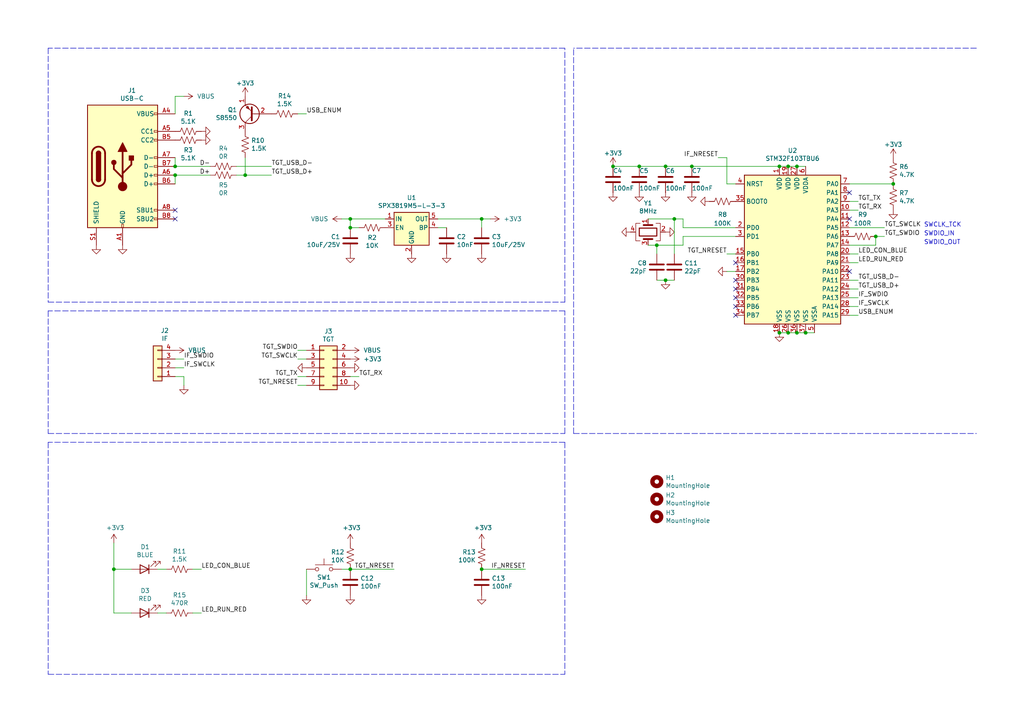
<source format=kicad_sch>
(kicad_sch (version 20211123) (generator eeschema)
  (paper "A4")
  (title_block (title "#0102 TILEDAP") (date "2022-09-12") (rev "V1.2"))
  (lib_symbols
    (symbol "Connector:USB_C_Receptacle_USB2.0" (pin_names (offset 1.016))
      (property "Reference" "J" (at -10.16 19.05 0))
      (property "Value" "USB_C_Receptacle_USB2.0" (at 19.05 19.05 0))
      (symbol "USB_C_Receptacle_USB2.0_0_0"
        (rectangle (start -0.254 -17.78) (end 0.254 -16.764))
        (rectangle (start 10.16 -14.986) (end 9.144 -15.494))
        (rectangle (start 10.16 -12.446) (end 9.144 -12.954))
        (rectangle (start 10.16 -4.826) (end 9.144 -5.334))
        (rectangle (start 10.16 -2.286) (end 9.144 -2.794))
        (rectangle (start 10.16 0.254) (end 9.144 -0.254))
        (rectangle (start 10.16 2.794) (end 9.144 2.286))
        (rectangle (start 10.16 7.874) (end 9.144 7.366))
        (rectangle (start 10.16 10.414) (end 9.144 9.906))
        (rectangle (start 10.16 15.494) (end 9.144 14.986))
      )
      (symbol "USB_C_Receptacle_USB2.0_0_1"
        (rectangle (start -10.16 17.78) (end 10.16 -17.78) (stroke (width 0.254)) (fill (type background)))
        (arc (start -8.89 -3.81) (mid -6.985 -5.715) (end -5.08 -3.81) (stroke (width 0.508)))
        (arc (start -7.62 -3.81) (mid -6.985 -4.445) (end -6.35 -3.81) (stroke (width 0.254)))
        (arc (start -7.62 -3.81) (mid -6.985 -4.445) (end -6.35 -3.81) (stroke (width 0.254)) (fill (type outline)))
        (rectangle (start -7.62 -3.81) (end -6.35 3.81) (stroke (width 0.254)) (fill (type outline)))
        (arc (start -6.35 3.81) (mid -6.985 4.445) (end -7.62 3.81) (stroke (width 0.254)))
        (arc (start -6.35 3.81) (mid -6.985 4.445) (end -7.62 3.81) (stroke (width 0.254)) (fill (type outline)))
        (arc (start -5.08 3.81) (mid -6.985 5.715) (end -8.89 3.81) (stroke (width 0.508)))
        (circle (center -2.54 1.143) (radius 0.635) (stroke (width 0.254)) (fill (type outline)))
        (circle (center 0 -5.842) (radius 1.27) (fill (type outline)))
        (polyline (pts (xy -8.89 -3.81) (xy -8.89 3.81)) (stroke (width 0.508)))
        (polyline (pts (xy -5.08 3.81) (xy -5.08 -3.81)) (stroke (width 0.508)))
        (polyline (pts (xy 0 -5.842) (xy 0 4.318)) (stroke (width 0.508)))
        (polyline (pts (xy 0 -3.302) (xy -2.54 -0.762) (xy -2.54 0.508)) (stroke (width 0.508)))
        (polyline (pts (xy 0 -2.032) (xy 2.54 0.508) (xy 2.54 1.778)) (stroke (width 0.508)))
        (polyline (pts (xy -1.27 4.318) (xy 0 6.858) (xy 1.27 4.318) (xy -1.27 4.318)) (stroke (width 0.254)) (fill (type outline)))
        (rectangle (start 1.905 1.778) (end 3.175 3.048) (stroke (width 0.254)) (fill (type outline)))
      )
      (symbol "USB_C_Receptacle_USB2.0_1_1"
        (pin passive line (at 0 -22.86 90) (length 5.08) (name "GND") (number "A1"))
        (pin passive line (at 0 -22.86 90) (length 5.08) hide (name "GND") (number "A12"))
        (pin passive line (at 15.24 15.24 180) (length 5.08) (name "VBUS") (number "A4"))
        (pin bidirectional line (at 15.24 10.16 180) (length 5.08) (name "CC1") (number "A5"))
        (pin bidirectional line (at 15.24 -2.54 180) (length 5.08) (name "D+") (number "A6"))
        (pin bidirectional line (at 15.24 2.54 180) (length 5.08) (name "D-") (number "A7"))
        (pin bidirectional line (at 15.24 -12.7 180) (length 5.08) (name "SBU1") (number "A8"))
        (pin passive line (at 15.24 15.24 180) (length 5.08) hide (name "VBUS") (number "A9"))
        (pin passive line (at 0 -22.86 90) (length 5.08) hide (name "GND") (number "B1"))
        (pin passive line (at 0 -22.86 90) (length 5.08) hide (name "GND") (number "B12"))
        (pin passive line (at 15.24 15.24 180) (length 5.08) hide (name "VBUS") (number "B4"))
        (pin bidirectional line (at 15.24 7.62 180) (length 5.08) (name "CC2") (number "B5"))
        (pin bidirectional line (at 15.24 -5.08 180) (length 5.08) (name "D+") (number "B6"))
        (pin bidirectional line (at 15.24 0 180) (length 5.08) (name "D-") (number "B7"))
        (pin bidirectional line (at 15.24 -15.24 180) (length 5.08) (name "SBU2") (number "B8"))
        (pin passive line (at 15.24 15.24 180) (length 5.08) hide (name "VBUS") (number "B9"))
        (pin passive line (at -7.62 -22.86 90) (length 5.08) (name "SHIELD") (number "S1"))
      )
    )
    (symbol "Connector_Generic:Conn_01x04" (pin_names (offset 1.016) hide)
      (property "Reference" "J" (at 0 5.08 0))
      (property "Value" "Conn_01x04" (at 0 -7.62 0))
      (symbol "Conn_01x04_1_1"
        (rectangle (start -1.27 -4.953) (end 0 -5.207) (stroke (width 0.1524)))
        (rectangle (start -1.27 -2.413) (end 0 -2.667) (stroke (width 0.1524)))
        (rectangle (start -1.27 0.127) (end 0 -0.127) (stroke (width 0.1524)))
        (rectangle (start -1.27 2.667) (end 0 2.413) (stroke (width 0.1524)))
        (rectangle (start -1.27 3.81) (end 1.27 -6.35) (stroke (width 0.254)) (fill (type background)))
        (pin passive line (at -5.08 2.54 0) (length 3.81) (name "Pin_1") (number "1"))
        (pin passive line (at -5.08 0 0) (length 3.81) (name "Pin_2") (number "2"))
        (pin passive line (at -5.08 -2.54 0) (length 3.81) (name "Pin_3") (number "3"))
        (pin passive line (at -5.08 -5.08 0) (length 3.81) (name "Pin_4") (number "4"))
      )
    )
    (symbol "Connector_Generic:Conn_02x05_Odd_Even" (pin_names (offset 1.016) hide)
      (property "Reference" "J" (at 1.27 7.62 0))
      (property "Value" "Conn_02x05_Odd_Even" (at 1.27 -7.62 0))
      (symbol "Conn_02x05_Odd_Even_1_1"
        (rectangle (start -1.27 -4.953) (end 0 -5.207) (stroke (width 0.1524)))
        (rectangle (start -1.27 -2.413) (end 0 -2.667) (stroke (width 0.1524)))
        (rectangle (start -1.27 0.127) (end 0 -0.127) (stroke (width 0.1524)))
        (rectangle (start -1.27 2.667) (end 0 2.413) (stroke (width 0.1524)))
        (rectangle (start -1.27 5.207) (end 0 4.953) (stroke (width 0.1524)))
        (rectangle (start -1.27 6.35) (end 3.81 -6.35) (stroke (width 0.254)) (fill (type background)))
        (rectangle (start 3.81 -4.953) (end 2.54 -5.207) (stroke (width 0.1524)))
        (rectangle (start 3.81 -2.413) (end 2.54 -2.667) (stroke (width 0.1524)))
        (rectangle (start 3.81 0.127) (end 2.54 -0.127) (stroke (width 0.1524)))
        (rectangle (start 3.81 2.667) (end 2.54 2.413) (stroke (width 0.1524)))
        (rectangle (start 3.81 5.207) (end 2.54 4.953) (stroke (width 0.1524)))
        (pin passive line (at -5.08 5.08 0) (length 3.81) (name "Pin_1") (number "1"))
        (pin passive line (at 7.62 -5.08 180) (length 3.81) (name "Pin_10") (number "10"))
        (pin passive line (at 7.62 5.08 180) (length 3.81) (name "Pin_2") (number "2"))
        (pin passive line (at -5.08 2.54 0) (length 3.81) (name "Pin_3") (number "3"))
        (pin passive line (at 7.62 2.54 180) (length 3.81) (name "Pin_4") (number "4"))
        (pin passive line (at -5.08 0 0) (length 3.81) (name "Pin_5") (number "5"))
        (pin passive line (at 7.62 0 180) (length 3.81) (name "Pin_6") (number "6"))
        (pin passive line (at -5.08 -2.54 0) (length 3.81) (name "Pin_7") (number "7"))
        (pin passive line (at 7.62 -2.54 180) (length 3.81) (name "Pin_8") (number "8"))
        (pin passive line (at -5.08 -5.08 0) (length 3.81) (name "Pin_9") (number "9"))
      )
    )
    (symbol "Device:C" (pin_numbers hide) (pin_names (offset 0.254))
      (property "Reference" "C" (at 0.635 2.54 0))
      (property "Value" "C" (at 0.635 -2.54 0))
      (symbol "C_0_1"
        (polyline (pts (xy -2.032 -0.762) (xy 2.032 -0.762)) (stroke (width 0.508)))
        (polyline (pts (xy -2.032 0.762) (xy 2.032 0.762)) (stroke (width 0.508)))
      )
      (symbol "C_1_1"
        (pin passive line (at 0 3.81 270) (length 2.794) (name "~") (number "1"))
        (pin passive line (at 0 -3.81 90) (length 2.794) (name "~") (number "2"))
      )
    )
    (symbol "Device:Crystal_GND24" (pin_names (offset 1.016) hide)
      (property "Reference" "Y" (at 3.175 5.08 0))
      (property "Value" "Crystal_GND24" (at 3.175 3.175 0))
      (symbol "Crystal_GND24_0_1"
        (rectangle (start -1.143 2.54) (end 1.143 -2.54) (stroke (width 0.3048)))
        (polyline (pts (xy -2.54 0) (xy -2.032 0)))
        (polyline (pts (xy -2.032 -1.27) (xy -2.032 1.27)) (stroke (width 0.508)))
        (polyline (pts (xy 0 -3.81) (xy 0 -3.556)))
        (polyline (pts (xy 0 3.556) (xy 0 3.81)))
        (polyline (pts (xy 2.032 -1.27) (xy 2.032 1.27)) (stroke (width 0.508)))
        (polyline (pts (xy 2.032 0) (xy 2.54 0)))
        (polyline (pts (xy -2.54 -2.286) (xy -2.54 -3.556) (xy 2.54 -3.556) (xy 2.54 -2.286)))
        (polyline (pts (xy -2.54 2.286) (xy -2.54 3.556) (xy 2.54 3.556) (xy 2.54 2.286)))
      )
      (symbol "Crystal_GND24_1_1"
        (pin passive line (at -3.81 0 0) (length 1.27) (name "1") (number "1"))
        (pin passive line (at 0 5.08 270) (length 1.27) (name "2") (number "2"))
        (pin passive line (at 3.81 0 180) (length 1.27) (name "3") (number "3"))
        (pin passive line (at 0 -5.08 90) (length 1.27) (name "4") (number "4"))
      )
    )
    (symbol "Device:LED" (pin_numbers hide) (pin_names (offset 1.016) hide)
      (property "Reference" "D" (at 0 2.54 0))
      (property "Value" "LED" (at 0 -2.54 0))
      (symbol "LED_0_1"
        (polyline (pts (xy -1.27 -1.27) (xy -1.27 1.27)) (stroke (width 0.254)))
        (polyline (pts (xy -1.27 0) (xy 1.27 0)))
        (polyline (pts (xy 1.27 -1.27) (xy 1.27 1.27) (xy -1.27 0) (xy 1.27 -1.27)) (stroke (width 0.254)))
        (polyline (pts (xy -3.048 -0.762) (xy -4.572 -2.286) (xy -3.81 -2.286) (xy -4.572 -2.286) (xy -4.572 -1.524)))
        (polyline (pts (xy -1.778 -0.762) (xy -3.302 -2.286) (xy -2.54 -2.286) (xy -3.302 -2.286) (xy -3.302 -1.524)))
      )
      (symbol "LED_1_1"
        (pin passive line (at -3.81 0 0) (length 2.54) (name "K") (number "1"))
        (pin passive line (at 3.81 0 180) (length 2.54) (name "A") (number "2"))
      )
    )
    (symbol "Device:R_US" (pin_numbers hide) (pin_names (offset 0))
      (property "Reference" "R" (at 2.54 0 90))
      (property "Value" "R_US" (at -2.54 0 90))
      (symbol "R_US_0_1"
        (polyline (pts (xy 0 -2.286) (xy 0 -2.54)))
        (polyline (pts (xy 0 2.286) (xy 0 2.54)))
        (polyline (pts (xy 0 -0.762) (xy 1.016 -1.143) (xy 0 -1.524) (xy -1.016 -1.905) (xy 0 -2.286)))
        (polyline (pts (xy 0 0.762) (xy 1.016 0.381) (xy 0 0) (xy -1.016 -0.381) (xy 0 -0.762)))
        (polyline (pts (xy 0 2.286) (xy 1.016 1.905) (xy 0 1.524) (xy -1.016 1.143) (xy 0 0.762)))
      )
      (symbol "R_US_1_1"
        (pin passive line (at 0 3.81 270) (length 1.27) (name "~") (number "1"))
        (pin passive line (at 0 -3.81 90) (length 1.27) (name "~") (number "2"))
      )
    )
    (symbol "MCU_ST_STM32F1:STM32F103TBUx"
      (property "Reference" "U" (at -15.24 21.59 0))
      (property "Value" "STM32F103TBUx" (at 5.08 21.59 0))
      (symbol "STM32F103TBUx_0_1"
        (rectangle (start -15.24 -22.86) (end 12.7 20.32) (stroke (width 0.254)) (fill (type background)))
      )
      (symbol "STM32F103TBUx_1_1"
        (pin power_in line (at -5.08 22.86 270) (length 2.54) (name "VDD") (number "1"))
        (pin bidirectional line (at 15.24 10.16 180) (length 2.54) (name "PA3") (number "10"))
        (pin bidirectional line (at 15.24 7.62 180) (length 2.54) (name "PA4") (number "11"))
        (pin bidirectional line (at 15.24 5.08 180) (length 2.54) (name "PA5") (number "12"))
        (pin bidirectional line (at 15.24 2.54 180) (length 2.54) (name "PA6") (number "13"))
        (pin bidirectional line (at 15.24 0 180) (length 2.54) (name "PA7") (number "14"))
        (pin bidirectional line (at -17.78 -2.54 0) (length 2.54) (name "PB0") (number "15"))
        (pin bidirectional line (at -17.78 -5.08 0) (length 2.54) (name "PB1") (number "16"))
        (pin bidirectional line (at -17.78 -7.62 0) (length 2.54) (name "PB2") (number "17"))
        (pin power_in line (at -5.08 -25.4 90) (length 2.54) (name "VSS") (number "18"))
        (pin power_in line (at -2.54 22.86 270) (length 2.54) (name "VDD") (number "19"))
        (pin input line (at -17.78 5.08 0) (length 2.54) (name "PD0") (number "2"))
        (pin bidirectional line (at 15.24 -2.54 180) (length 2.54) (name "PA8") (number "20"))
        (pin bidirectional line (at 15.24 -5.08 180) (length 2.54) (name "PA9") (number "21"))
        (pin bidirectional line (at 15.24 -7.62 180) (length 2.54) (name "PA10") (number "22"))
        (pin bidirectional line (at 15.24 -10.16 180) (length 2.54) (name "PA11") (number "23"))
        (pin bidirectional line (at 15.24 -12.7 180) (length 2.54) (name "PA12") (number "24"))
        (pin bidirectional line (at 15.24 -15.24 180) (length 2.54) (name "PA13") (number "25"))
        (pin power_in line (at -2.54 -25.4 90) (length 2.54) (name "VSS") (number "26"))
        (pin power_in line (at 0 22.86 270) (length 2.54) (name "VDD") (number "27"))
        (pin bidirectional line (at 15.24 -17.78 180) (length 2.54) (name "PA14") (number "28"))
        (pin bidirectional line (at 15.24 -20.32 180) (length 2.54) (name "PA15") (number "29"))
        (pin input line (at -17.78 2.54 0) (length 2.54) (name "PD1") (number "3"))
        (pin bidirectional line (at -17.78 -10.16 0) (length 2.54) (name "PB3") (number "30"))
        (pin bidirectional line (at -17.78 -12.7 0) (length 2.54) (name "PB4") (number "31"))
        (pin bidirectional line (at -17.78 -15.24 0) (length 2.54) (name "PB5") (number "32"))
        (pin bidirectional line (at -17.78 -17.78 0) (length 2.54) (name "PB6") (number "33"))
        (pin bidirectional line (at -17.78 -20.32 0) (length 2.54) (name "PB7") (number "34"))
        (pin input line (at -17.78 12.7 0) (length 2.54) (name "BOOT0") (number "35"))
        (pin power_in line (at 0 -25.4 90) (length 2.54) (name "VSS") (number "36"))
        (pin power_in line (at 2.54 -25.4 90) (length 2.54) (name "VSS") (number "37"))
        (pin input line (at -17.78 17.78 0) (length 2.54) (name "NRST") (number "4"))
        (pin power_in line (at 5.08 -25.4 90) (length 2.54) (name "VSSA") (number "5"))
        (pin power_in line (at 2.54 22.86 270) (length 2.54) (name "VDDA") (number "6"))
        (pin bidirectional line (at 15.24 17.78 180) (length 2.54) (name "PA0") (number "7"))
        (pin bidirectional line (at 15.24 15.24 180) (length 2.54) (name "PA1") (number "8"))
        (pin bidirectional line (at 15.24 12.7 180) (length 2.54) (name "PA2") (number "9"))
      )
    )
    (symbol "Mechanical:MountingHole" (pin_names (offset 1.016))
      (property "Reference" "H" (at 0 5.08 0))
      (property "Value" "MountingHole" (at 0 3.175 0))
      (symbol "MountingHole_0_1"
        (circle (center 0 0) (radius 1.27) (stroke (width 1.27)))
      )
    )
    (symbol "Regulator_Linear:SPX3819M5-L-3-3" (pin_names (offset 0.254))
      (property "Reference" "U" (at -3.81 5.715 0))
      (property "Value" "SPX3819M5-L-3-3" (at 0 5.715 0))
      (symbol "SPX3819M5-L-3-3_0_1"
        (rectangle (start -5.08 4.445) (end 5.08 -5.08) (stroke (width 0.254)) (fill (type background)))
      )
      (symbol "SPX3819M5-L-3-3_1_1"
        (pin power_in line (at -7.62 2.54 0) (length 2.54) (name "IN") (number "1"))
        (pin power_in line (at 0 -7.62 90) (length 2.54) (name "GND") (number "2"))
        (pin input line (at -7.62 0 0) (length 2.54) (name "EN") (number "3"))
        (pin input line (at 7.62 0 180) (length 2.54) (name "BP") (number "4"))
        (pin power_out line (at 7.62 2.54 180) (length 2.54) (name "OUT") (number "5"))
      )
    )
    (symbol "Switch:SW_Push" (pin_numbers hide) (pin_names (offset 1.016) hide)
      (property "Reference" "SW" (at 1.27 2.54 0))
      (property "Value" "SW_Push" (at 0 -1.524 0))
      (symbol "SW_Push_0_1"
        (circle (center -2.032 0) (radius 0.508))
        (polyline (pts (xy 0 1.27) (xy 0 3.048)))
        (polyline (pts (xy 2.54 1.27) (xy -2.54 1.27)))
        (circle (center 2.032 0) (radius 0.508))
        (pin passive line (at -5.08 0 0) (length 2.54) (name "1") (number "1"))
        (pin passive line (at 5.08 0 180) (length 2.54) (name "2") (number "2"))
      )
    )
    (symbol "Transistor_BJT:S8550" (pin_names (offset 0) hide)
      (property "Reference" "Q" (at 5.08 1.905 0))
      (property "Value" "S8550" (at 5.08 0 0))
      (symbol "S8550_0_1"
        (polyline (pts (xy 0 0) (xy 0.635 0)))
        (polyline (pts (xy 2.54 -2.54) (xy 0.635 -0.635)))
        (polyline (pts (xy 2.54 2.54) (xy 0.635 0.635)))
        (polyline (pts (xy 0.635 1.905) (xy 0.635 -1.905) (xy 0.635 -1.905)) (stroke (width 0.508)) (fill (type outline)))
        (polyline (pts (xy 1.778 -2.286) (xy 2.286 -1.778) (xy 1.27 -1.27) (xy 1.778 -2.286) (xy 1.778 -2.286)) (fill (type outline)))
        (circle (center 1.27 0) (radius 2.8194) (stroke (width 0.254)))
      )
      (symbol "S8550_1_1"
        (pin passive line (at 2.54 -5.08 90) (length 2.54) (name "E") (number "1"))
        (pin input line (at -5.08 0 0) (length 5.08) (name "B") (number "2"))
        (pin passive line (at 2.54 5.08 270) (length 2.54) (name "C") (number "3"))
      )
    )
    (symbol "power:+3V3" (power) (pin_names (offset 0))
      (property "Value" "+3V3" (at 0 3.556 0))
      (symbol "+3V3_0_1"
        (polyline (pts (xy -0.762 1.27) (xy 0 2.54)))
        (polyline (pts (xy 0 0) (xy 0 2.54)))
        (polyline (pts (xy 0 2.54) (xy 0.762 1.27)))
      )
      (symbol "+3V3_1_1"
        (pin power_in line (at 0 0 90) (length 0) hide (name "+3V3") (number "1"))
      )
    )
    (symbol "power:GND" (power) (pin_names (offset 0))
      (property "Value" "GND" (at 0 -3.81 0))
      (symbol "GND_0_1"
        (polyline (pts (xy 0 0) (xy 0 -1.27) (xy 1.27 -1.27) (xy 0 -2.54) (xy -1.27 -1.27) (xy 0 -1.27)))
      )
      (symbol "GND_1_1"
        (pin power_in line (at 0 0 270) (length 0) hide (name "GND") (number "1"))
      )
    )
    (symbol "power:VBUS" (power) (pin_names (offset 0))
      (property "Value" "VBUS" (at 0 3.81 0))
      (symbol "VBUS_0_1"
        (polyline (pts (xy -0.762 1.27) (xy 0 2.54)))
        (polyline (pts (xy 0 0) (xy 0 2.54)))
        (polyline (pts (xy 0 2.54) (xy 0.762 1.27)))
      )
      (symbol "VBUS_1_1"
        (pin power_in line (at 0 0 90) (length 0) hide (name "VBUS") (number "1"))
      )
    )
  )
  (junction (at 254 68.58))
  (junction (at 226.06 96.52))
  (junction (at 185.42 48.26))
  (junction (at 195.58 63.5))
  (junction (at 231.14 96.52))
  (junction (at 50.8 48.26))
  (junction (at 228.6 96.52))
  (junction (at 101.6 63.5))
  (junction (at 177.8 48.26))
  (junction (at 200.66 48.26))
  (junction (at 71.12 50.8))
  (junction (at 190.5 71.12))
  (junction (at 259.08 53.34))
  (junction (at 231.14 48.26))
  (junction (at 50.8 50.8))
  (junction (at 101.6 165.1))
  (junction (at 193.04 48.26))
  (junction (at 226.06 48.26))
  (junction (at 101.6 66.04))
  (junction (at 228.6 48.26))
  (junction (at 33.02 165.1))
  (junction (at 139.7 63.5))
  (junction (at 139.7 165.1))
  (junction (at 233.68 96.52))
  (junction (at 193.04 81.28))
  (no_connect (at 213.36 91.44))
  (no_connect (at 50.8 60.96))
  (no_connect (at 213.36 88.9))
  (no_connect (at 213.36 81.28))
  (no_connect (at 213.36 83.82))
  (no_connect (at 213.36 86.36))
  (no_connect (at 246.38 78.74))
  (no_connect (at 246.38 55.88))
  (no_connect (at 213.36 76.2))
  (no_connect (at 246.38 63.5))
  (no_connect (at 50.8 63.5))
  (wire (pts (xy 68.58 48.26) (xy 78.74 48.26)))
  (wire (pts (xy 88.9 172.72) (xy 88.9 165.1)))
  (wire (pts (xy 190.5 81.28) (xy 193.04 81.28)))
  (polyline (pts (xy 283.21 13.97) (xy 166.37 13.97)))
  (wire (pts (xy 71.12 45.72) (xy 71.12 50.8)))
  (wire (pts (xy 53.34 27.94) (xy 50.8 27.94)))
  (wire (pts (xy 50.8 50.8) (xy 50.8 53.34)))
  (wire (pts (xy 104.14 109.22) (xy 101.6 109.22)))
  (wire (pts (xy 53.34 109.22) (xy 50.8 109.22)))
  (wire (pts (xy 254 68.58) (xy 254 71.12)))
  (wire (pts (xy 99.06 165.1) (xy 101.6 165.1)))
  (polyline (pts (xy 13.97 195.58) (xy 163.83 195.58)))
  (wire (pts (xy 190.5 73.66) (xy 190.5 71.12)))
  (wire (pts (xy 198.12 66.04) (xy 213.36 66.04)))
  (wire (pts (xy 86.36 33.02) (xy 88.9 33.02)))
  (wire (pts (xy 71.12 50.8) (xy 78.74 50.8)))
  (wire (pts (xy 187.96 63.5) (xy 195.58 63.5)))
  (wire (pts (xy 195.58 63.5) (xy 198.12 63.5)))
  (wire (pts (xy 228.6 48.26) (xy 231.14 48.26)))
  (wire (pts (xy 33.02 177.8) (xy 38.1 177.8)))
  (wire (pts (xy 152.4 165.1) (xy 139.7 165.1)))
  (wire (pts (xy 50.8 48.26) (xy 60.96 48.26)))
  (polyline (pts (xy 163.83 128.27) (xy 163.83 195.58)))
  (polyline (pts (xy 13.97 125.73) (xy 163.83 125.73)))
  (wire (pts (xy 58.42 177.8) (xy 55.88 177.8)))
  (wire (pts (xy 193.04 48.26) (xy 200.66 48.26)))
  (wire (pts (xy 190.5 71.12) (xy 198.12 71.12)))
  (wire (pts (xy 33.02 157.48) (xy 33.02 165.1)))
  (wire (pts (xy 50.8 106.68) (xy 53.34 106.68)))
  (polyline (pts (xy 163.83 90.17) (xy 13.97 90.17)))
  (polyline (pts (xy 13.97 13.97) (xy 13.97 87.63)))
  (polyline (pts (xy 13.97 128.27) (xy 13.97 195.58)))
  (wire (pts (xy 33.02 165.1) (xy 38.1 165.1)))
  (wire (pts (xy 233.68 96.52) (xy 236.22 96.52)))
  (wire (pts (xy 99.06 63.5) (xy 101.6 63.5)))
  (wire (pts (xy 86.36 111.76) (xy 88.9 111.76)))
  (wire (pts (xy 228.6 96.52) (xy 231.14 96.52)))
  (wire (pts (xy 248.92 76.2) (xy 246.38 76.2)))
  (wire (pts (xy 226.06 96.52) (xy 228.6 96.52)))
  (wire (pts (xy 50.8 33.02) (xy 50.8 27.94)))
  (wire (pts (xy 127 66.04) (xy 129.54 66.04)))
  (wire (pts (xy 88.9 101.6) (xy 86.36 101.6)))
  (wire (pts (xy 48.26 177.8) (xy 45.72 177.8)))
  (wire (pts (xy 101.6 66.04) (xy 101.6 63.5)))
  (polyline (pts (xy 163.83 87.63) (xy 163.83 13.97)))
  (wire (pts (xy 177.8 48.26) (xy 185.42 48.26)))
  (wire (pts (xy 248.92 86.36) (xy 246.38 86.36)))
  (wire (pts (xy 210.82 45.72) (xy 210.82 53.34)))
  (wire (pts (xy 101.6 63.5) (xy 111.76 63.5)))
  (wire (pts (xy 139.7 63.5) (xy 127 63.5)))
  (wire (pts (xy 248.92 83.82) (xy 246.38 83.82)))
  (wire (pts (xy 187.96 71.12) (xy 190.5 71.12)))
  (polyline (pts (xy 166.37 125.73) (xy 283.21 125.73)))
  (polyline (pts (xy 13.97 90.17) (xy 13.97 125.73)))
  (wire (pts (xy 200.66 48.26) (xy 226.06 48.26)))
  (wire (pts (xy 231.14 48.26) (xy 233.68 48.26)))
  (wire (pts (xy 114.3 165.1) (xy 101.6 165.1)))
  (wire (pts (xy 256.54 68.58) (xy 254 68.58)))
  (wire (pts (xy 195.58 73.66) (xy 195.58 63.5)))
  (wire (pts (xy 193.04 81.28) (xy 195.58 81.28)))
  (wire (pts (xy 254 71.12) (xy 246.38 71.12)))
  (wire (pts (xy 185.42 48.26) (xy 193.04 48.26)))
  (wire (pts (xy 53.34 104.14) (xy 50.8 104.14)))
  (wire (pts (xy 48.26 165.1) (xy 45.72 165.1)))
  (polyline (pts (xy 163.83 13.97) (xy 13.97 13.97)))
  (wire (pts (xy 256.54 66.04) (xy 246.38 66.04)))
  (wire (pts (xy 33.02 165.1) (xy 33.02 177.8)))
  (wire (pts (xy 86.36 109.22) (xy 88.9 109.22)))
  (wire (pts (xy 139.7 66.04) (xy 139.7 63.5)))
  (wire (pts (xy 68.58 50.8) (xy 71.12 50.8)))
  (wire (pts (xy 142.24 63.5) (xy 139.7 63.5)))
  (wire (pts (xy 246.38 81.28) (xy 248.92 81.28)))
  (wire (pts (xy 248.92 88.9) (xy 246.38 88.9)))
  (wire (pts (xy 101.6 66.04) (xy 104.14 66.04)))
  (wire (pts (xy 210.82 53.34) (xy 213.36 53.34)))
  (wire (pts (xy 231.14 96.52) (xy 233.68 96.52)))
  (wire (pts (xy 246.38 91.44) (xy 248.92 91.44)))
  (polyline (pts (xy 163.83 128.27) (xy 13.97 128.27)))
  (wire (pts (xy 198.12 71.12) (xy 198.12 68.58)))
  (wire (pts (xy 58.42 165.1) (xy 55.88 165.1)))
  (wire (pts (xy 198.12 68.58) (xy 213.36 68.58)))
  (wire (pts (xy 53.34 111.76) (xy 53.34 109.22)))
  (wire (pts (xy 248.92 73.66) (xy 246.38 73.66)))
  (wire (pts (xy 88.9 104.14) (xy 86.36 104.14)))
  (wire (pts (xy 226.06 48.26) (xy 228.6 48.26)))
  (wire (pts (xy 198.12 63.5) (xy 198.12 66.04)))
  (wire (pts (xy 259.08 53.34) (xy 246.38 53.34)))
  (wire (pts (xy 50.8 48.26) (xy 50.8 45.72)))
  (wire (pts (xy 210.82 78.74) (xy 213.36 78.74)))
  (wire (pts (xy 50.8 50.8) (xy 60.96 50.8)))
  (polyline (pts (xy 163.83 125.73) (xy 163.83 90.17)))
  (polyline (pts (xy 13.97 87.63) (xy 163.83 87.63)))
  (wire (pts (xy 248.92 60.96) (xy 246.38 60.96)))
  (wire (pts (xy 210.82 73.66) (xy 213.36 73.66)))
  (polyline (pts (xy 166.37 125.73) (xy 166.37 13.97)))
  (wire (pts (xy 246.38 58.42) (xy 248.92 58.42)))
  (wire (pts (xy 208.28 45.72) (xy 210.82 45.72)))
  (text "SWDIO_IN" (at 267.97 68.58 0) (effects (font (size 1.27 1.27)) (justify left bottom)))
  (text "SWCLK_TCK" (at 267.97 66.04 0) (effects (font (size 1.27 1.27)) (justify left bottom)))
  (text "SWDIO_OUT" (at 267.97 71.12 0) (effects (font (size 1.27 1.27)) (justify left bottom)))
  (label "TGT_SWCLK" (at 256.54 66.04 0))
  (label "IF_NRESET" (at 152.4 165.1 180))
  (label "IF_NRESET" (at 208.28 45.72 180))
  (label "TGT_SWDIO" (at 86.36 101.6 180))
  (label "TGT_USB_D-" (at 248.92 81.28 0))
  (label "TGT_NRESET" (at 114.3 165.1 180))
  (label "TGT_NRESET" (at 210.82 73.66 180))
  (label "LED_CON_BLUE" (at 58.42 165.1 0))
  (label "D-" (at 60.96 48.26 180))
  (label "TGT_USB_D+" (at 248.92 83.82 0))
  (label "TGT_SWCLK" (at 86.36 104.14 180))
  (label "LED_CON_BLUE" (at 248.92 73.66 0))
  (label "USB_ENUM" (at 88.9 33.02 0))
  (label "D+" (at 60.96 50.8 180))
  (label "TGT_SWDIO" (at 256.54 68.58 0))
  (label "IF_SWDIO" (at 53.34 104.14 0))
  (label "IF_SWCLK" (at 248.92 88.9 0))
  (label "TGT_USB_D-" (at 78.74 48.26 0))
  (label "TGT_NRESET" (at 86.36 111.76 180))
  (label "LED_RUN_RED" (at 248.92 76.2 0))
  (label "IF_SWDIO" (at 248.92 86.36 0))
  (label "USB_ENUM" (at 248.92 91.44 0))
  (label "IF_SWCLK" (at 53.34 106.68 0))
  (label "TGT_RX" (at 248.92 60.96 0))
  (label "TGT_RX" (at 104.14 109.22 0))
  (label "TGT_TX" (at 248.92 58.42 0))
  (label "TGT_TX" (at 86.36 109.22 180))
  (label "LED_RUN_RED" (at 58.42 177.8 0))
  (label "TGT_USB_D+" (at 78.74 50.8 0))
  (symbol (lib_id "Device:C") (at 177.8 52.07 180) (unit 1)
    (property "Reference" "C4" (at 177.8 49.53 0) (effects (justify right)))
    (property "Value" "100nF" (at 177.8 54.61 0) (effects (justify right)))
    (property "Footprint" "Capacitor_SMD:C_0402_1005Metric" (effects hide))
    (property "Manufacturer" "SAMSUNG" (effects hide))
    (property "PartNumber" "C1525" (effects hide))
    (property "Supplier" "JLC" (effects hide))
  )
  (symbol (lib_id "power:GND") (at 177.8 55.88 0) (unit 1)
    (property "Reference" "#PWR011" (effects hide))
    (property "Value" "GND" (effects hide))
  )
  (symbol (lib_id "Device:C") (at 185.42 52.07 180) (unit 1)
    (property "Reference" "C5" (at 185.42 49.53 0) (effects (justify right)))
    (property "Value" "100nF" (at 185.42 54.61 0) (effects (justify right)))
    (property "Footprint" "Capacitor_SMD:C_0402_1005Metric" (effects hide))
    (property "Manufacturer" "SAMSUNG" (effects hide))
    (property "PartNumber" "C1525" (effects hide))
    (property "Supplier" "JLC" (effects hide))
  )
  (symbol (lib_id "Device:C") (at 193.04 52.07 180) (unit 1)
    (property "Reference" "C6" (at 193.04 49.53 0) (effects (justify right)))
    (property "Value" "100nF" (at 193.04 54.61 0) (effects (justify right)))
    (property "Footprint" "Capacitor_SMD:C_0402_1005Metric" (effects hide))
    (property "Manufacturer" "SAMSUNG" (effects hide))
    (property "PartNumber" "C1525" (effects hide))
    (property "Supplier" "JLC" (effects hide))
  )
  (symbol (lib_id "Device:C") (at 200.66 52.07 180) (unit 1)
    (property "Reference" "C7" (at 200.66 49.53 0) (effects (justify right)))
    (property "Value" "100nF" (at 200.66 54.61 0) (effects (justify right)))
    (property "Footprint" "Capacitor_SMD:C_0402_1005Metric" (effects hide))
    (property "Manufacturer" "SAMSUNG" (effects hide))
    (property "PartNumber" "C1525" (effects hide))
    (property "Supplier" "JLC" (effects hide))
  )
  (symbol (lib_id "power:GND") (at 185.42 55.88 0) (unit 1)
    (property "Reference" "#PWR012" (effects hide))
    (property "Value" "GND" (effects hide))
  )
  (symbol (lib_id "power:GND") (at 193.04 55.88 0) (unit 1)
    (property "Reference" "#PWR013" (effects hide))
    (property "Value" "GND" (effects hide))
  )
  (symbol (lib_id "power:GND") (at 200.66 55.88 0) (unit 1)
    (property "Reference" "#PWR014" (effects hide))
    (property "Value" "GND" (effects hide))
  )
  (symbol (lib_id "power:+3V3") (at 177.8 48.26 0) (unit 1)
    (property "Reference" "#PWR06" (effects hide))
    (property "Value" "+3V3" (at 177.8 44.45 0))
  )
  (symbol (lib_id "power:+3V3") (at 139.7 157.48 0) (unit 1)
    (property "Reference" "#PWR034" (effects hide))
    (property "Value" "+3V3" (at 140.081 153.0858 0))
  )
  (symbol (lib_id "Device:R_US") (at 139.7 161.29 180) (unit 1)
    (property "Reference" "R13" (at 137.9982 160.1216 0) (effects (justify left)))
    (property "Value" "100K" (at 137.9982 162.433 0) (effects (justify left)))
    (property "Footprint" "Resistor_SMD:R_0402_1005Metric" (effects hide))
    (property "Manufacturer" "UniOhm" (effects hide))
    (property "PartNumber" "C25741" (effects hide))
    (property "Supplier" "JLC" (effects hide))
  )
  (symbol (lib_id "Device:C") (at 139.7 168.91 180) (unit 1)
    (property "Reference" "C13" (at 142.621 167.7416 0) (effects (justify right)))
    (property "Value" "100nF" (at 142.621 170.053 0) (effects (justify right)))
    (property "Footprint" "Capacitor_SMD:C_0402_1005Metric" (effects hide))
    (property "Manufacturer" "SAMSUNG" (effects hide))
    (property "PartNumber" "C1525" (effects hide))
    (property "Supplier" "JLC" (effects hide))
  )
  (symbol (lib_id "power:GND") (at 139.7 172.72 0) (unit 1)
    (property "Reference" "#PWR037" (effects hide))
    (property "Value" "GND" (effects hide))
  )
  (symbol (lib_id "power:+3V3") (at 101.6 157.48 0) (unit 1)
    (property "Reference" "#PWR033" (effects hide))
    (property "Value" "+3V3" (at 101.981 153.0858 0))
  )
  (symbol (lib_id "Device:R_US") (at 101.6 161.29 180) (unit 1)
    (property "Reference" "R12" (at 99.8982 160.1216 0) (effects (justify left)))
    (property "Value" "10K" (at 99.8982 162.433 0) (effects (justify left)))
    (property "Footprint" "Resistor_SMD:R_0402_1005Metric" (effects hide))
    (property "Manufacturer" "UniOhm" (effects hide))
    (property "PartNumber" "C25744" (effects hide))
    (property "Supplier" "JLC" (effects hide))
  )
  (symbol (lib_id "Device:C") (at 101.6 168.91 180) (unit 1)
    (property "Reference" "C12" (at 104.521 167.7416 0) (effects (justify right)))
    (property "Value" "100nF" (at 104.521 170.053 0) (effects (justify right)))
    (property "Footprint" "Capacitor_SMD:C_0402_1005Metric" (effects hide))
    (property "Manufacturer" "SAMSUNG" (effects hide))
    (property "PartNumber" "C1525" (effects hide))
    (property "Supplier" "JLC" (effects hide))
  )
  (symbol (lib_id "power:GND") (at 101.6 172.72 0) (unit 1)
    (property "Reference" "#PWR036" (effects hide))
    (property "Value" "GND" (effects hide))
  )
  (symbol (lib_id "Switch:SW_Push") (at 93.98 165.1 0) (unit 1)
    (property "Reference" "SW1" (at 93.98 167.4622 0))
    (property "Value" "SW_Push" (at 93.98 169.7736 0))
    (property "Footprint" "JLC-SMT:HCTL_TC-3601L-2.5" (effects hide))
    (property "Manufacturer" "HCTL" (effects hide))
    (property "PartNumber" "C2845294" (effects hide))
    (property "Supplier" "JLC-EXT" (effects hide))
  )
  (symbol (lib_id "power:GND") (at 88.9 172.72 0) (unit 1)
    (property "Reference" "#PWR035" (effects hide))
    (property "Value" "GND" (effects hide))
  )
  (symbol (lib_id "Connector:USB_C_Receptacle_USB2.0") (at 35.56 48.26 0) (unit 1)
    (property "Reference" "J1" (at 38.2778 26.2382 0))
    (property "Value" "USB-C" (at 38.2778 28.5496 0))
    (property "Footprint" "JLC-SMT:KINGHELM_KH-TYPE-C-L10-14P" (effects hide))
    (property "Datasheet" "https://www.usb.org/sites/default/files/documents/usb_type-c.zip" (effects hide))
    (property "Manufacturer" "kinghelm" (effects hide))
    (property "PartNumber" "C2761226" (effects hide))
    (property "Supplier" "JLC-EXT" (effects hide))
  )
  (symbol (lib_id "Device:R_US") (at 64.77 48.26 270) (unit 1)
    (property "Reference" "R4" (at 64.77 43.053 90))
    (property "Value" "0R" (at 64.77 45.3644 90))
    (property "Footprint" "Resistor_SMD:R_0402_1005Metric" (effects hide))
    (property "Manufacturer" "UniOhm" (effects hide))
    (property "PartNumber" "C17168" (effects hide))
    (property "Supplier" "JLC" (effects hide))
  )
  (symbol (lib_id "Device:R_US") (at 64.77 50.8 270) (unit 1)
    (property "Reference" "R5" (at 64.77 53.6702 90))
    (property "Value" "0R" (at 64.77 55.9816 90))
    (property "Footprint" "Resistor_SMD:R_0402_1005Metric" (effects hide))
    (property "Manufacturer" "UniOhm" (effects hide))
    (property "PartNumber" "C17168" (effects hide))
    (property "Supplier" "JLC" (effects hide))
  )
  (symbol (lib_id "power:GND") (at 35.56 71.12 0) (unit 1)
    (property "Reference" "#PWR021" (effects hide))
    (property "Value" "GND" (effects hide))
  )
  (symbol (lib_id "Device:R_US") (at 54.61 38.1 270) (unit 1)
    (property "Reference" "R1" (at 54.61 32.893 90))
    (property "Value" "5.1K" (at 54.61 35.2044 90))
    (property "Footprint" "Resistor_SMD:R_0402_1005Metric" (effects hide))
    (property "Manufacturer" "UniOhm" (effects hide))
    (property "PartNumber" "C25905" (effects hide))
    (property "Supplier" "JLC" (effects hide))
  )
  (symbol (lib_id "Device:R_US") (at 54.61 40.64 270) (unit 1)
    (property "Reference" "R3" (at 54.61 43.5102 90))
    (property "Value" "5.1K" (at 54.61 45.8216 90))
    (property "Footprint" "Resistor_SMD:R_0402_1005Metric" (effects hide))
    (property "Manufacturer" "UniOhm" (effects hide))
    (property "PartNumber" "C25905" (effects hide))
    (property "Supplier" "JLC" (effects hide))
  )
  (symbol (lib_id "power:GND") (at 58.42 40.64 90) (unit 1)
    (property "Reference" "#PWR05" (effects hide))
    (property "Value" "GND" (effects hide))
  )
  (symbol (lib_id "power:GND") (at 58.42 38.1 90) (unit 1)
    (property "Reference" "#PWR04" (effects hide))
    (property "Value" "GND" (effects hide))
  )
  (symbol (lib_id "power:VBUS") (at 53.34 27.94 270) (unit 1)
    (property "Reference" "#PWR01" (effects hide))
    (property "Value" "VBUS" (at 57.15 27.94 90) (effects (justify left)))
  )
  (symbol (lib_id "Device:LED") (at 41.91 165.1 180) (unit 1)
    (property "Reference" "D1" (at 42.0878 158.623 0))
    (property "Value" "BLUE" (at 42.0878 160.9344 0))
    (property "Footprint" "LED_SMD:LED_0603_1608Metric" (effects hide))
    (property "Manufacturer" "EVERLIGHT" (effects hide))
    (property "PartNumber" "C72041" (effects hide))
    (property "Supplier" "JLC" (effects hide))
  )
  (symbol (lib_id "power:+3V3") (at 33.02 157.48 0) (unit 1)
    (property "Reference" "#PWR032" (effects hide))
    (property "Value" "+3V3" (at 33.401 153.0858 0))
  )
  (symbol (lib_id "Device:R_US") (at 52.07 165.1 270) (unit 1)
    (property "Reference" "R11" (at 52.07 159.893 90))
    (property "Value" "1.5K" (at 52.07 162.2044 90))
    (property "Footprint" "Resistor_SMD:R_0402_1005Metric" (effects hide))
    (property "Manufacturer" "UniOhm" (effects hide))
    (property "PartNumber" "C25867" (effects hide))
    (property "Supplier" "JLC" (effects hide))
  )
  (symbol (lib_id "Device:LED") (at 41.91 177.8 180) (unit 1)
    (property "Reference" "D3" (at 42.0878 171.323 0))
    (property "Value" "RED" (at 42.0878 173.6344 0))
    (property "Footprint" "LED_SMD:LED_0603_1608Metric" (effects hide))
    (property "Manufacturer" "KENTO" (effects hide))
    (property "PartNumber" "C2286" (effects hide))
    (property "Supplier" "JLC" (effects hide))
  )
  (symbol (lib_id "Device:R_US") (at 52.07 177.8 270) (unit 1)
    (property "Reference" "R15" (at 52.07 172.593 90))
    (property "Value" "470R" (at 52.07 174.9044 90))
    (property "Footprint" "Resistor_SMD:R_0402_1005Metric" (effects hide))
    (property "Manufacturer" "UniOhm" (effects hide))
    (property "PartNumber" "C25117" (effects hide))
    (property "Supplier" "JLC" (effects hide))
  )
  (symbol (lib_id "Connector_Generic:Conn_01x04") (at 45.72 106.68 180) (unit 1)
    (property "Reference" "J2" (at 47.8028 95.885 0))
    (property "Value" "IF" (at 47.8028 98.1964 0))
    (property "Footprint" "Connector_PinHeader_1.27mm:PinHeader_1x04_P1.27mm_Vertical" (effects hide))
  )
  (symbol (lib_id "power:GND") (at 53.34 111.76 0) (unit 1)
    (property "Reference" "#PWR029" (effects hide))
    (property "Value" "GND" (effects hide))
  )
  (symbol (lib_id "power:VBUS") (at 50.8 101.6 270) (unit 1)
    (property "Reference" "#PWR024" (effects hide))
    (property "Value" "VBUS" (at 54.61 101.6 90) (effects (justify left)))
  )
  (symbol (lib_id "Connector_Generic:Conn_02x05_Odd_Even") (at 93.98 106.68 0) (unit 1)
    (property "Reference" "J3" (at 95.25 96.0882 0))
    (property "Value" "TGT" (at 95.25 98.3996 0))
    (property "Footprint" "Connector_PinHeader_2.54mm:PinHeader_2x05_P2.54mm_Vertical" (effects hide))
  )
  (symbol (lib_id "power:VBUS") (at 101.6 101.6 270) (unit 1)
    (property "Reference" "#PWR025" (effects hide))
    (property "Value" "VBUS" (at 105.41 101.6 90) (effects (justify left)))
  )
  (symbol (lib_id "power:+3V3") (at 101.6 104.14 270) (unit 1)
    (property "Reference" "#PWR026" (effects hide))
    (property "Value" "+3V3" (at 105.41 104.14 90) (effects (justify left)))
  )
  (symbol (lib_id "power:GND") (at 101.6 111.76 90) (unit 1)
    (property "Reference" "#PWR030" (effects hide))
    (property "Value" "GND" (effects hide))
  )
  (symbol (lib_id "power:GND") (at 88.9 106.68 270) (unit 1)
    (property "Reference" "#PWR027" (effects hide))
    (property "Value" "GND" (effects hide))
  )
  (symbol (lib_id "power:GND") (at 101.6 106.68 90) (unit 1)
    (property "Reference" "#PWR028" (effects hide))
    (property "Value" "GND" (effects hide))
  )
  (symbol (lib_id "Regulator_Linear:SPX3819M5-L-3-3") (at 119.38 66.04 0) (unit 1)
    (property "Reference" "U1" (at 119.38 57.3532 0))
    (property "Value" "SPX3819M5-L-3-3" (at 119.38 59.6646 0))
    (property "Footprint" "Package_TO_SOT_SMD:SOT-23-5" (effects hide))
    (property "Datasheet" "https://www.exar.com/content/document.ashx?id=22106&languageid=1033&type=Datasheet&partnumber=SPX3819&filename=SPX3819.pdf&part=SPX3819" (effects hide))
    (property "Manufacturer" "MaxLinear" (effects hide))
    (property "PartNumber" "C9055" (effects hide))
    (property "Supplier" "JLC-EXT" (effects hide))
  )
  (symbol (lib_id "Device:C") (at 101.6 69.85 180) (unit 1)
    (property "Reference" "C1" (at 98.679 68.6816 0) (effects (justify left)))
    (property "Value" "10uF/25V" (at 98.679 70.993 0) (effects (justify left)))
    (property "Footprint" "Capacitor_SMD:C_0805_2012Metric" (effects hide))
    (property "Manufacturer" "SAMSUNG" (effects hide))
    (property "PartNumber" "C15850" (effects hide))
    (property "Supplier" "JLC" (effects hide))
  )
  (symbol (lib_id "Device:R_US") (at 107.95 66.04 270) (unit 1)
    (property "Reference" "R2" (at 107.95 68.9102 90))
    (property "Value" "10K" (at 107.95 71.2216 90))
    (property "Footprint" "Resistor_SMD:R_0402_1005Metric" (effects hide))
    (property "Manufacturer" "UniOhm" (effects hide))
    (property "PartNumber" "C25744" (effects hide))
    (property "Supplier" "JLC" (effects hide))
  )
  (symbol (lib_id "power:GND") (at 101.6 73.66 0) (unit 1)
    (property "Reference" "#PWR07" (effects hide))
    (property "Value" "GND" (effects hide))
  )
  (symbol (lib_id "power:GND") (at 119.38 73.66 0) (unit 1)
    (property "Reference" "#PWR08" (effects hide))
    (property "Value" "GND" (effects hide))
  )
  (symbol (lib_id "power:GND") (at 129.54 73.66 0) (unit 1)
    (property "Reference" "#PWR09" (effects hide))
    (property "Value" "GND" (effects hide))
  )
  (symbol (lib_id "Device:C") (at 129.54 69.85 180) (unit 1)
    (property "Reference" "C2" (at 132.461 68.6816 0) (effects (justify right)))
    (property "Value" "10nF" (at 132.461 70.993 0) (effects (justify right)))
    (property "Footprint" "Capacitor_SMD:C_0402_1005Metric" (effects hide))
    (property "Manufacturer" "SAMSUNG" (effects hide))
    (property "PartNumber" "C15195" (effects hide))
    (property "Supplier" "JLC" (effects hide))
  )
  (symbol (lib_id "power:VBUS") (at 99.06 63.5 90) (unit 1)
    (property "Reference" "#PWR02" (effects hide))
    (property "Value" "VBUS" (at 95.25 63.5 90) (effects (justify left)))
  )
  (symbol (lib_id "power:GND") (at 139.7 73.66 0) (unit 1)
    (property "Reference" "#PWR010" (effects hide))
    (property "Value" "GND" (effects hide))
  )
  (symbol (lib_id "power:+3V3") (at 142.24 63.5 270) (unit 1)
    (property "Reference" "#PWR03" (effects hide))
    (property "Value" "+3V3" (at 146.05 63.5 90) (effects (justify left)))
  )
  (symbol (lib_id "Device:R_US") (at 71.12 41.91 0) (unit 1)
    (property "Reference" "R10" (at 72.8472 40.7416 0) (effects (justify left)))
    (property "Value" "1.5K" (at 72.8472 43.053 0) (effects (justify left)))
    (property "Footprint" "Resistor_SMD:R_0402_1005Metric" (effects hide))
    (property "Manufacturer" "UniOhm" (effects hide))
    (property "PartNumber" "C25867" (effects hide))
    (property "Supplier" "JLC" (effects hide))
  )
  (symbol (lib_id "power:+3V3") (at 71.12 27.94 0) (unit 1)
    (property "Reference" "#PWR018" (effects hide))
    (property "Value" "+3V3" (at 71.12 24.13 0))
  )
  (symbol (lib_id "power:GND") (at 27.94 71.12 0) (unit 1)
    (property "Reference" "#PWR017" (effects hide))
    (property "Value" "GND" (effects hide))
  )
  (symbol (lib_id "Transistor_BJT:S8550") (at 73.66 33.02 180) (unit 1)
    (property "Reference" "Q1" (at 68.8086 31.8516 0) (effects (justify left)))
    (property "Value" "S8550" (at 68.8086 34.163 0) (effects (justify left)))
    (property "Footprint" "Package_TO_SOT_SMD:SOT-23" (effects hide))
    (property "Datasheet" "http://www.unisonic.com.tw/datasheet/S8550.pdf" (effects hide))
    (property "Manufacturer" "CJ" (effects hide))
    (property "PartNumber" "C105432" (effects hide))
    (property "Supplier" "JLC" (effects hide))
  )
  (symbol (lib_id "Device:R_US") (at 82.55 33.02 270) (unit 1)
    (property "Reference" "R14" (at 82.55 27.813 90))
    (property "Value" "1.5K" (at 82.55 30.1244 90))
    (property "Footprint" "Resistor_SMD:R_0402_1005Metric" (effects hide))
    (property "Manufacturer" "UniOhm" (effects hide))
    (property "PartNumber" "C25867" (effects hide))
    (property "Supplier" "JLC" (effects hide))
  )
  (symbol (lib_id "Device:C") (at 139.7 69.85 180) (unit 1)
    (property "Reference" "C3" (at 142.621 68.6816 0) (effects (justify right)))
    (property "Value" "10uF/25V" (at 142.621 70.993 0) (effects (justify right)))
    (property "Footprint" "Capacitor_SMD:C_0805_2012Metric" (effects hide))
    (property "Manufacturer" "SAMSUNG" (effects hide))
    (property "PartNumber" "C15850" (effects hide))
    (property "Supplier" "JLC" (effects hide))
  )
  (symbol (lib_id "Mechanical:MountingHole") (at 190.5 139.7 0) (unit 1)
    (property "Reference" "H1" (at 193.04 138.5316 0) (effects (justify left)))
    (property "Value" "MountingHole" (at 193.04 140.843 0) (effects (justify left)))
    (property "Footprint" "MountingHole:MountingHole_2.2mm_M2" (effects hide))
  )
  (symbol (lib_id "Mechanical:MountingHole") (at 190.5 144.78 0) (unit 1)
    (property "Reference" "H2" (at 193.04 143.6116 0) (effects (justify left)))
    (property "Value" "MountingHole" (at 193.04 145.923 0) (effects (justify left)))
    (property "Footprint" "MountingHole:MountingHole_2.2mm_M2" (effects hide))
  )
  (symbol (lib_id "Mechanical:MountingHole") (at 190.5 149.86 0) (unit 1)
    (property "Reference" "H3" (at 193.04 148.6916 0) (effects (justify left)))
    (property "Value" "MountingHole" (at 193.04 151.003 0) (effects (justify left)))
    (property "Footprint" "MountingHole:MountingHole_2.2mm_M2" (effects hide))
  )
  (symbol (lib_id "MCU_ST_STM32F1:STM32F103TBUx") (at 231.14 71.12 0) (unit 1)
    (property "Reference" "U2" (at 229.87 43.6626 0))
    (property "Value" "STM32F103TBU6" (at 229.87 45.974 0))
    (property "Footprint" "Package_DFN_QFN:QFN-36-1EP_6x6mm_P0.5mm_EP4.1x4.1mm" (effects hide))
    (property "Datasheet" "http://www.st.com/st-web-ui/static/active/en/resource/technical/document/datasheet/CD00161566.pdf" (effects hide))
    (property "Manufacturer" "ST" (effects hide))
    (property "PartNumber" "C8363" (effects hide))
    (property "Supplier" "JLC-EXT" (effects hide))
  )
  (symbol (lib_id "Device:R_US") (at 209.55 58.42 270) (unit 1)
    (property "Reference" "R8" (at 209.55 62.23 90))
    (property "Value" "100K" (at 209.55 64.77 90))
    (property "Footprint" "Resistor_SMD:R_0402_1005Metric" (effects hide))
    (property "Manufacturer" "UniOhm" (effects hide))
    (property "PartNumber" "C25741" (effects hide))
    (property "Supplier" "JLC" (effects hide))
  )
  (symbol (lib_id "power:GND") (at 205.74 58.42 270) (unit 1)
    (property "Reference" "#PWR016" (effects hide))
    (property "Value" "GND" (effects hide))
  )
  (symbol (lib_id "Device:C") (at 195.58 77.47 180) (unit 1)
    (property "Reference" "C11" (at 198.501 76.3016 0) (effects (justify right)))
    (property "Value" "22pF" (at 198.501 78.613 0) (effects (justify right)))
    (property "Footprint" "Capacitor_SMD:C_0402_1005Metric" (effects hide))
    (property "Manufacturer" "FH" (effects hide))
    (property "PartNumber" "C1555" (effects hide))
    (property "Supplier" "JLC" (effects hide))
  )
  (symbol (lib_id "power:GND") (at 193.04 81.28 0) (unit 1)
    (property "Reference" "#PWR031" (effects hide))
    (property "Value" "GND" (effects hide))
  )
  (symbol (lib_id "Device:C") (at 190.5 77.47 180) (unit 1)
    (property "Reference" "C8" (at 187.6044 76.3016 0) (effects (justify left)))
    (property "Value" "22pF" (at 187.6044 78.613 0) (effects (justify left)))
    (property "Footprint" "Capacitor_SMD:C_0402_1005Metric" (effects hide))
    (property "Manufacturer" "FH" (effects hide))
    (property "PartNumber" "C1555" (effects hide))
    (property "Supplier" "JLC" (effects hide))
  )
  (symbol (lib_id "power:GND") (at 193.04 67.31 90) (unit 1)
    (property "Reference" "#PWR022" (effects hide))
    (property "Value" "GND" (effects hide))
  )
  (symbol (lib_id "power:GND") (at 182.88 67.31 270) (unit 1)
    (property "Reference" "#PWR020" (effects hide))
    (property "Value" "GND" (effects hide))
  )
  (symbol (lib_id "Device:Crystal_GND24") (at 187.96 67.31 270) (unit 1)
    (property "Reference" "Y1" (at 187.96 58.9026 90))
    (property "Value" "8MHz" (at 187.96 61.214 90))
    (property "Footprint" "JLC-SMT:Oscillator_SMD_3.2x2.5mm" (effects hide))
    (property "Manufacturer" "LIMING" (effects hide))
    (property "PartNumber" "C518154" (effects hide))
    (property "Supplier" "JLC-EXT" (effects hide))
  )
  (symbol (lib_id "power:GND") (at 210.82 78.74 270) (unit 1)
    (property "Reference" "#PWR023" (effects hide))
    (property "Value" "GND" (effects hide))
  )
  (symbol (lib_id "Device:R_US") (at 250.19 68.58 270) (unit 1)
    (property "Reference" "R9" (at 250.19 62.23 90))
    (property "Value" "100R" (at 250.19 64.77 90))
    (property "Footprint" "Resistor_SMD:R_0402_1005Metric" (effects hide))
    (property "Manufacturer" "UniOhm" (effects hide))
    (property "PartNumber" "C25076" (effects hide))
    (property "Supplier" "JLC" (effects hide))
  )
  (symbol (lib_id "power:+3V3") (at 259.08 45.72 0) (unit 1)
    (property "Reference" "#PWR015" (effects hide))
    (property "Value" "+3V3" (at 259.08 41.91 0))
  )
  (symbol (lib_id "Device:R_US") (at 259.08 49.53 0) (unit 1)
    (property "Reference" "R6" (at 260.8072 48.3616 0) (effects (justify left)))
    (property "Value" "4.7K" (at 260.8072 50.673 0) (effects (justify left)))
    (property "Footprint" "Resistor_SMD:R_0402_1005Metric" (effects hide))
    (property "Manufacturer" "UniOhm" (effects hide))
    (property "PartNumber" "C25900" (effects hide))
    (property "Supplier" "JLC" (effects hide))
  )
  (symbol (lib_id "Device:R_US") (at 259.08 57.15 180) (unit 1)
    (property "Reference" "R7" (at 260.8072 55.9816 0) (effects (justify right)))
    (property "Value" "4.7K" (at 260.8072 58.293 0) (effects (justify right)))
    (property "Footprint" "Resistor_SMD:R_0402_1005Metric" (effects hide))
    (property "Manufacturer" "UniOhm" (effects hide))
    (property "PartNumber" "C25900" (effects hide))
    (property "Supplier" "JLC" (effects hide))
  )
  (symbol (lib_id "power:GND") (at 259.08 60.96 0) (unit 1)
    (property "Reference" "#PWR019" (effects hide))
    (property "Value" "GND" (effects hide))
  )
  (symbol (lib_id "power:GND") (at 226.06 96.52 0) (unit 1)
    (property "Reference" "#PWR039" (effects hide))
    (property "Value" "GND" (effects hide))
  )
)
</source>
